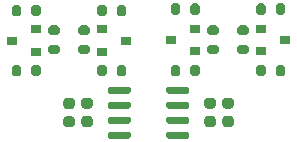
<source format=gbr>
%TF.GenerationSoftware,KiCad,Pcbnew,(5.1.10)-1*%
%TF.CreationDate,2022-01-23T11:24:48+07:00*%
%TF.ProjectId,ADuM_I2C_v3,4144754d-5f49-4324-935f-76332e6b6963,rev?*%
%TF.SameCoordinates,Original*%
%TF.FileFunction,Paste,Bot*%
%TF.FilePolarity,Positive*%
%FSLAX46Y46*%
G04 Gerber Fmt 4.6, Leading zero omitted, Abs format (unit mm)*
G04 Created by KiCad (PCBNEW (5.1.10)-1) date 2022-01-23 11:24:48*
%MOMM*%
%LPD*%
G01*
G04 APERTURE LIST*
%ADD10R,0.900000X0.800000*%
G04 APERTURE END LIST*
%TO.C,U1*%
G36*
G01*
X98500000Y-95024000D02*
X98500000Y-95324000D01*
G75*
G02*
X98350000Y-95474000I-150000J0D01*
G01*
X96700000Y-95474000D01*
G75*
G02*
X96550000Y-95324000I0J150000D01*
G01*
X96550000Y-95024000D01*
G75*
G02*
X96700000Y-94874000I150000J0D01*
G01*
X98350000Y-94874000D01*
G75*
G02*
X98500000Y-95024000I0J-150000D01*
G01*
G37*
G36*
G01*
X98500000Y-96294000D02*
X98500000Y-96594000D01*
G75*
G02*
X98350000Y-96744000I-150000J0D01*
G01*
X96700000Y-96744000D01*
G75*
G02*
X96550000Y-96594000I0J150000D01*
G01*
X96550000Y-96294000D01*
G75*
G02*
X96700000Y-96144000I150000J0D01*
G01*
X98350000Y-96144000D01*
G75*
G02*
X98500000Y-96294000I0J-150000D01*
G01*
G37*
G36*
G01*
X98500000Y-97564000D02*
X98500000Y-97864000D01*
G75*
G02*
X98350000Y-98014000I-150000J0D01*
G01*
X96700000Y-98014000D01*
G75*
G02*
X96550000Y-97864000I0J150000D01*
G01*
X96550000Y-97564000D01*
G75*
G02*
X96700000Y-97414000I150000J0D01*
G01*
X98350000Y-97414000D01*
G75*
G02*
X98500000Y-97564000I0J-150000D01*
G01*
G37*
G36*
G01*
X98500000Y-98834000D02*
X98500000Y-99134000D01*
G75*
G02*
X98350000Y-99284000I-150000J0D01*
G01*
X96700000Y-99284000D01*
G75*
G02*
X96550000Y-99134000I0J150000D01*
G01*
X96550000Y-98834000D01*
G75*
G02*
X96700000Y-98684000I150000J0D01*
G01*
X98350000Y-98684000D01*
G75*
G02*
X98500000Y-98834000I0J-150000D01*
G01*
G37*
G36*
G01*
X103450000Y-98834000D02*
X103450000Y-99134000D01*
G75*
G02*
X103300000Y-99284000I-150000J0D01*
G01*
X101650000Y-99284000D01*
G75*
G02*
X101500000Y-99134000I0J150000D01*
G01*
X101500000Y-98834000D01*
G75*
G02*
X101650000Y-98684000I150000J0D01*
G01*
X103300000Y-98684000D01*
G75*
G02*
X103450000Y-98834000I0J-150000D01*
G01*
G37*
G36*
G01*
X103450000Y-97564000D02*
X103450000Y-97864000D01*
G75*
G02*
X103300000Y-98014000I-150000J0D01*
G01*
X101650000Y-98014000D01*
G75*
G02*
X101500000Y-97864000I0J150000D01*
G01*
X101500000Y-97564000D01*
G75*
G02*
X101650000Y-97414000I150000J0D01*
G01*
X103300000Y-97414000D01*
G75*
G02*
X103450000Y-97564000I0J-150000D01*
G01*
G37*
G36*
G01*
X103450000Y-96294000D02*
X103450000Y-96594000D01*
G75*
G02*
X103300000Y-96744000I-150000J0D01*
G01*
X101650000Y-96744000D01*
G75*
G02*
X101500000Y-96594000I0J150000D01*
G01*
X101500000Y-96294000D01*
G75*
G02*
X101650000Y-96144000I150000J0D01*
G01*
X103300000Y-96144000D01*
G75*
G02*
X103450000Y-96294000I0J-150000D01*
G01*
G37*
G36*
G01*
X103450000Y-95024000D02*
X103450000Y-95324000D01*
G75*
G02*
X103300000Y-95474000I-150000J0D01*
G01*
X101650000Y-95474000D01*
G75*
G02*
X101500000Y-95324000I0J150000D01*
G01*
X101500000Y-95024000D01*
G75*
G02*
X101650000Y-94874000I150000J0D01*
G01*
X103300000Y-94874000D01*
G75*
G02*
X103450000Y-95024000I0J-150000D01*
G01*
G37*
%TD*%
%TO.C,R24*%
G36*
G01*
X90075000Y-88718000D02*
X90075000Y-88168000D01*
G75*
G02*
X90275000Y-87968000I200000J0D01*
G01*
X90675000Y-87968000D01*
G75*
G02*
X90875000Y-88168000I0J-200000D01*
G01*
X90875000Y-88718000D01*
G75*
G02*
X90675000Y-88918000I-200000J0D01*
G01*
X90275000Y-88918000D01*
G75*
G02*
X90075000Y-88718000I0J200000D01*
G01*
G37*
G36*
G01*
X88425000Y-88718000D02*
X88425000Y-88168000D01*
G75*
G02*
X88625000Y-87968000I200000J0D01*
G01*
X89025000Y-87968000D01*
G75*
G02*
X89225000Y-88168000I0J-200000D01*
G01*
X89225000Y-88718000D01*
G75*
G02*
X89025000Y-88918000I-200000J0D01*
G01*
X88625000Y-88918000D01*
G75*
G02*
X88425000Y-88718000I0J200000D01*
G01*
G37*
%TD*%
%TO.C,R22*%
G36*
G01*
X96463000Y-93248000D02*
X96463000Y-93798000D01*
G75*
G02*
X96263000Y-93998000I-200000J0D01*
G01*
X95863000Y-93998000D01*
G75*
G02*
X95663000Y-93798000I0J200000D01*
G01*
X95663000Y-93248000D01*
G75*
G02*
X95863000Y-93048000I200000J0D01*
G01*
X96263000Y-93048000D01*
G75*
G02*
X96463000Y-93248000I0J-200000D01*
G01*
G37*
G36*
G01*
X98113000Y-93248000D02*
X98113000Y-93798000D01*
G75*
G02*
X97913000Y-93998000I-200000J0D01*
G01*
X97513000Y-93998000D01*
G75*
G02*
X97313000Y-93798000I0J200000D01*
G01*
X97313000Y-93248000D01*
G75*
G02*
X97513000Y-93048000I200000J0D01*
G01*
X97913000Y-93048000D01*
G75*
G02*
X98113000Y-93248000I0J-200000D01*
G01*
G37*
%TD*%
%TO.C,R20*%
G36*
G01*
X90075000Y-93798000D02*
X90075000Y-93248000D01*
G75*
G02*
X90275000Y-93048000I200000J0D01*
G01*
X90675000Y-93048000D01*
G75*
G02*
X90875000Y-93248000I0J-200000D01*
G01*
X90875000Y-93798000D01*
G75*
G02*
X90675000Y-93998000I-200000J0D01*
G01*
X90275000Y-93998000D01*
G75*
G02*
X90075000Y-93798000I0J200000D01*
G01*
G37*
G36*
G01*
X88425000Y-93798000D02*
X88425000Y-93248000D01*
G75*
G02*
X88625000Y-93048000I200000J0D01*
G01*
X89025000Y-93048000D01*
G75*
G02*
X89225000Y-93248000I0J-200000D01*
G01*
X89225000Y-93798000D01*
G75*
G02*
X89025000Y-93998000I-200000J0D01*
G01*
X88625000Y-93998000D01*
G75*
G02*
X88425000Y-93798000I0J200000D01*
G01*
G37*
%TD*%
%TO.C,R18*%
G36*
G01*
X96463000Y-88168000D02*
X96463000Y-88718000D01*
G75*
G02*
X96263000Y-88918000I-200000J0D01*
G01*
X95863000Y-88918000D01*
G75*
G02*
X95663000Y-88718000I0J200000D01*
G01*
X95663000Y-88168000D01*
G75*
G02*
X95863000Y-87968000I200000J0D01*
G01*
X96263000Y-87968000D01*
G75*
G02*
X96463000Y-88168000I0J-200000D01*
G01*
G37*
G36*
G01*
X98113000Y-88168000D02*
X98113000Y-88718000D01*
G75*
G02*
X97913000Y-88918000I-200000J0D01*
G01*
X97513000Y-88918000D01*
G75*
G02*
X97313000Y-88718000I0J200000D01*
G01*
X97313000Y-88168000D01*
G75*
G02*
X97513000Y-87968000I200000J0D01*
G01*
X97913000Y-87968000D01*
G75*
G02*
X98113000Y-88168000I0J-200000D01*
G01*
G37*
%TD*%
%TO.C,R16*%
G36*
G01*
X91724000Y-91344000D02*
X92274000Y-91344000D01*
G75*
G02*
X92474000Y-91544000I0J-200000D01*
G01*
X92474000Y-91944000D01*
G75*
G02*
X92274000Y-92144000I-200000J0D01*
G01*
X91724000Y-92144000D01*
G75*
G02*
X91524000Y-91944000I0J200000D01*
G01*
X91524000Y-91544000D01*
G75*
G02*
X91724000Y-91344000I200000J0D01*
G01*
G37*
G36*
G01*
X91724000Y-89694000D02*
X92274000Y-89694000D01*
G75*
G02*
X92474000Y-89894000I0J-200000D01*
G01*
X92474000Y-90294000D01*
G75*
G02*
X92274000Y-90494000I-200000J0D01*
G01*
X91724000Y-90494000D01*
G75*
G02*
X91524000Y-90294000I0J200000D01*
G01*
X91524000Y-89894000D01*
G75*
G02*
X91724000Y-89694000I200000J0D01*
G01*
G37*
%TD*%
%TO.C,R14*%
G36*
G01*
X94814000Y-90494000D02*
X94264000Y-90494000D01*
G75*
G02*
X94064000Y-90294000I0J200000D01*
G01*
X94064000Y-89894000D01*
G75*
G02*
X94264000Y-89694000I200000J0D01*
G01*
X94814000Y-89694000D01*
G75*
G02*
X95014000Y-89894000I0J-200000D01*
G01*
X95014000Y-90294000D01*
G75*
G02*
X94814000Y-90494000I-200000J0D01*
G01*
G37*
G36*
G01*
X94814000Y-92144000D02*
X94264000Y-92144000D01*
G75*
G02*
X94064000Y-91944000I0J200000D01*
G01*
X94064000Y-91544000D01*
G75*
G02*
X94264000Y-91344000I200000J0D01*
G01*
X94814000Y-91344000D01*
G75*
G02*
X95014000Y-91544000I0J-200000D01*
G01*
X95014000Y-91944000D01*
G75*
G02*
X94814000Y-92144000I-200000J0D01*
G01*
G37*
%TD*%
%TO.C,R12*%
G36*
G01*
X108276000Y-90495000D02*
X107726000Y-90495000D01*
G75*
G02*
X107526000Y-90295000I0J200000D01*
G01*
X107526000Y-89895000D01*
G75*
G02*
X107726000Y-89695000I200000J0D01*
G01*
X108276000Y-89695000D01*
G75*
G02*
X108476000Y-89895000I0J-200000D01*
G01*
X108476000Y-90295000D01*
G75*
G02*
X108276000Y-90495000I-200000J0D01*
G01*
G37*
G36*
G01*
X108276000Y-92145000D02*
X107726000Y-92145000D01*
G75*
G02*
X107526000Y-91945000I0J200000D01*
G01*
X107526000Y-91545000D01*
G75*
G02*
X107726000Y-91345000I200000J0D01*
G01*
X108276000Y-91345000D01*
G75*
G02*
X108476000Y-91545000I0J-200000D01*
G01*
X108476000Y-91945000D01*
G75*
G02*
X108276000Y-92145000I-200000J0D01*
G01*
G37*
%TD*%
%TO.C,R9*%
G36*
G01*
X105186000Y-91344000D02*
X105736000Y-91344000D01*
G75*
G02*
X105936000Y-91544000I0J-200000D01*
G01*
X105936000Y-91944000D01*
G75*
G02*
X105736000Y-92144000I-200000J0D01*
G01*
X105186000Y-92144000D01*
G75*
G02*
X104986000Y-91944000I0J200000D01*
G01*
X104986000Y-91544000D01*
G75*
G02*
X105186000Y-91344000I200000J0D01*
G01*
G37*
G36*
G01*
X105186000Y-89694000D02*
X105736000Y-89694000D01*
G75*
G02*
X105936000Y-89894000I0J-200000D01*
G01*
X105936000Y-90294000D01*
G75*
G02*
X105736000Y-90494000I-200000J0D01*
G01*
X105186000Y-90494000D01*
G75*
G02*
X104986000Y-90294000I0J200000D01*
G01*
X104986000Y-89894000D01*
G75*
G02*
X105186000Y-89694000I200000J0D01*
G01*
G37*
%TD*%
%TO.C,R8*%
G36*
G01*
X110776000Y-88591000D02*
X110776000Y-88041000D01*
G75*
G02*
X110976000Y-87841000I200000J0D01*
G01*
X111376000Y-87841000D01*
G75*
G02*
X111576000Y-88041000I0J-200000D01*
G01*
X111576000Y-88591000D01*
G75*
G02*
X111376000Y-88791000I-200000J0D01*
G01*
X110976000Y-88791000D01*
G75*
G02*
X110776000Y-88591000I0J200000D01*
G01*
G37*
G36*
G01*
X109126000Y-88591000D02*
X109126000Y-88041000D01*
G75*
G02*
X109326000Y-87841000I200000J0D01*
G01*
X109726000Y-87841000D01*
G75*
G02*
X109926000Y-88041000I0J-200000D01*
G01*
X109926000Y-88591000D01*
G75*
G02*
X109726000Y-88791000I-200000J0D01*
G01*
X109326000Y-88791000D01*
G75*
G02*
X109126000Y-88591000I0J200000D01*
G01*
G37*
%TD*%
%TO.C,R5*%
G36*
G01*
X102687000Y-93248000D02*
X102687000Y-93798000D01*
G75*
G02*
X102487000Y-93998000I-200000J0D01*
G01*
X102087000Y-93998000D01*
G75*
G02*
X101887000Y-93798000I0J200000D01*
G01*
X101887000Y-93248000D01*
G75*
G02*
X102087000Y-93048000I200000J0D01*
G01*
X102487000Y-93048000D01*
G75*
G02*
X102687000Y-93248000I0J-200000D01*
G01*
G37*
G36*
G01*
X104337000Y-93248000D02*
X104337000Y-93798000D01*
G75*
G02*
X104137000Y-93998000I-200000J0D01*
G01*
X103737000Y-93998000D01*
G75*
G02*
X103537000Y-93798000I0J200000D01*
G01*
X103537000Y-93248000D01*
G75*
G02*
X103737000Y-93048000I200000J0D01*
G01*
X104137000Y-93048000D01*
G75*
G02*
X104337000Y-93248000I0J-200000D01*
G01*
G37*
%TD*%
%TO.C,R4*%
G36*
G01*
X109925000Y-93248000D02*
X109925000Y-93798000D01*
G75*
G02*
X109725000Y-93998000I-200000J0D01*
G01*
X109325000Y-93998000D01*
G75*
G02*
X109125000Y-93798000I0J200000D01*
G01*
X109125000Y-93248000D01*
G75*
G02*
X109325000Y-93048000I200000J0D01*
G01*
X109725000Y-93048000D01*
G75*
G02*
X109925000Y-93248000I0J-200000D01*
G01*
G37*
G36*
G01*
X111575000Y-93248000D02*
X111575000Y-93798000D01*
G75*
G02*
X111375000Y-93998000I-200000J0D01*
G01*
X110975000Y-93998000D01*
G75*
G02*
X110775000Y-93798000I0J200000D01*
G01*
X110775000Y-93248000D01*
G75*
G02*
X110975000Y-93048000I200000J0D01*
G01*
X111375000Y-93048000D01*
G75*
G02*
X111575000Y-93248000I0J-200000D01*
G01*
G37*
%TD*%
%TO.C,R1*%
G36*
G01*
X103537000Y-88591000D02*
X103537000Y-88041000D01*
G75*
G02*
X103737000Y-87841000I200000J0D01*
G01*
X104137000Y-87841000D01*
G75*
G02*
X104337000Y-88041000I0J-200000D01*
G01*
X104337000Y-88591000D01*
G75*
G02*
X104137000Y-88791000I-200000J0D01*
G01*
X103737000Y-88791000D01*
G75*
G02*
X103537000Y-88591000I0J200000D01*
G01*
G37*
G36*
G01*
X101887000Y-88591000D02*
X101887000Y-88041000D01*
G75*
G02*
X102087000Y-87841000I200000J0D01*
G01*
X102487000Y-87841000D01*
G75*
G02*
X102687000Y-88041000I0J-200000D01*
G01*
X102687000Y-88591000D01*
G75*
G02*
X102487000Y-88791000I-200000J0D01*
G01*
X102087000Y-88791000D01*
G75*
G02*
X101887000Y-88591000I0J200000D01*
G01*
G37*
%TD*%
D10*
%TO.C,Q8*%
X88475000Y-90983000D03*
X90475000Y-91933000D03*
X90475000Y-90033000D03*
%TD*%
%TO.C,Q6*%
X98063000Y-90983000D03*
X96063000Y-90033000D03*
X96063000Y-91933000D03*
%TD*%
%TO.C,Q4*%
X111525000Y-90922000D03*
X109525000Y-89972000D03*
X109525000Y-91872000D03*
%TD*%
%TO.C,Q1*%
X101937000Y-90922000D03*
X103937000Y-91872000D03*
X103937000Y-89972000D03*
%TD*%
%TO.C,C6*%
G36*
G01*
X93519000Y-96754000D02*
X93019000Y-96754000D01*
G75*
G02*
X92794000Y-96529000I0J225000D01*
G01*
X92794000Y-96079000D01*
G75*
G02*
X93019000Y-95854000I225000J0D01*
G01*
X93519000Y-95854000D01*
G75*
G02*
X93744000Y-96079000I0J-225000D01*
G01*
X93744000Y-96529000D01*
G75*
G02*
X93519000Y-96754000I-225000J0D01*
G01*
G37*
G36*
G01*
X93519000Y-98304000D02*
X93019000Y-98304000D01*
G75*
G02*
X92794000Y-98079000I0J225000D01*
G01*
X92794000Y-97629000D01*
G75*
G02*
X93019000Y-97404000I225000J0D01*
G01*
X93519000Y-97404000D01*
G75*
G02*
X93744000Y-97629000I0J-225000D01*
G01*
X93744000Y-98079000D01*
G75*
G02*
X93519000Y-98304000I-225000J0D01*
G01*
G37*
%TD*%
%TO.C,C4*%
G36*
G01*
X95043000Y-96741000D02*
X94543000Y-96741000D01*
G75*
G02*
X94318000Y-96516000I0J225000D01*
G01*
X94318000Y-96066000D01*
G75*
G02*
X94543000Y-95841000I225000J0D01*
G01*
X95043000Y-95841000D01*
G75*
G02*
X95268000Y-96066000I0J-225000D01*
G01*
X95268000Y-96516000D01*
G75*
G02*
X95043000Y-96741000I-225000J0D01*
G01*
G37*
G36*
G01*
X95043000Y-98291000D02*
X94543000Y-98291000D01*
G75*
G02*
X94318000Y-98066000I0J225000D01*
G01*
X94318000Y-97616000D01*
G75*
G02*
X94543000Y-97391000I225000J0D01*
G01*
X95043000Y-97391000D01*
G75*
G02*
X95268000Y-97616000I0J-225000D01*
G01*
X95268000Y-98066000D01*
G75*
G02*
X95043000Y-98291000I-225000J0D01*
G01*
G37*
%TD*%
%TO.C,C2*%
G36*
G01*
X105457000Y-96741000D02*
X104957000Y-96741000D01*
G75*
G02*
X104732000Y-96516000I0J225000D01*
G01*
X104732000Y-96066000D01*
G75*
G02*
X104957000Y-95841000I225000J0D01*
G01*
X105457000Y-95841000D01*
G75*
G02*
X105682000Y-96066000I0J-225000D01*
G01*
X105682000Y-96516000D01*
G75*
G02*
X105457000Y-96741000I-225000J0D01*
G01*
G37*
G36*
G01*
X105457000Y-98291000D02*
X104957000Y-98291000D01*
G75*
G02*
X104732000Y-98066000I0J225000D01*
G01*
X104732000Y-97616000D01*
G75*
G02*
X104957000Y-97391000I225000J0D01*
G01*
X105457000Y-97391000D01*
G75*
G02*
X105682000Y-97616000I0J-225000D01*
G01*
X105682000Y-98066000D01*
G75*
G02*
X105457000Y-98291000I-225000J0D01*
G01*
G37*
%TD*%
%TO.C,C1*%
G36*
G01*
X106981000Y-96741000D02*
X106481000Y-96741000D01*
G75*
G02*
X106256000Y-96516000I0J225000D01*
G01*
X106256000Y-96066000D01*
G75*
G02*
X106481000Y-95841000I225000J0D01*
G01*
X106981000Y-95841000D01*
G75*
G02*
X107206000Y-96066000I0J-225000D01*
G01*
X107206000Y-96516000D01*
G75*
G02*
X106981000Y-96741000I-225000J0D01*
G01*
G37*
G36*
G01*
X106981000Y-98291000D02*
X106481000Y-98291000D01*
G75*
G02*
X106256000Y-98066000I0J225000D01*
G01*
X106256000Y-97616000D01*
G75*
G02*
X106481000Y-97391000I225000J0D01*
G01*
X106981000Y-97391000D01*
G75*
G02*
X107206000Y-97616000I0J-225000D01*
G01*
X107206000Y-98066000D01*
G75*
G02*
X106981000Y-98291000I-225000J0D01*
G01*
G37*
%TD*%
M02*

</source>
